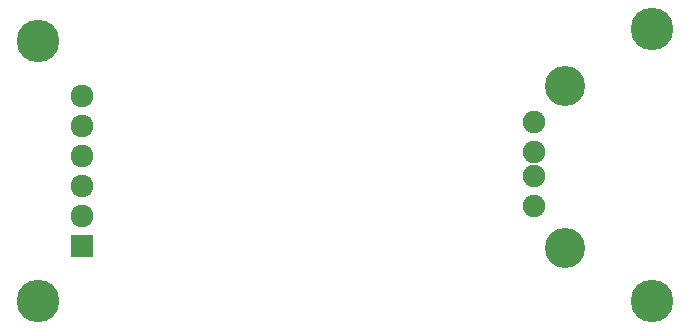
<source format=gbr>
G04 #@! TF.FileFunction,Soldermask,Bot*
%FSLAX46Y46*%
G04 Gerber Fmt 4.6, Leading zero omitted, Abs format (unit mm)*
G04 Created by KiCad (PCBNEW 4.0.6) date 06/06/17 10:00:33*
%MOMM*%
%LPD*%
G01*
G04 APERTURE LIST*
%ADD10C,0.100000*%
%ADD11R,1.924000X1.924000*%
%ADD12C,1.924000*%
%ADD13C,1.900000*%
%ADD14C,3.400000*%
%ADD15C,3.600000*%
G04 APERTURE END LIST*
D10*
D11*
X118525400Y-100600000D03*
D12*
X118525400Y-98060000D03*
X118525400Y-95520000D03*
X118525400Y-92980000D03*
X118525400Y-90440000D03*
X118525400Y-87900000D03*
D13*
X156750000Y-90140000D03*
X156750000Y-92680000D03*
X156750000Y-94710000D03*
X156750000Y-97250000D03*
D14*
X159420000Y-87090000D03*
X159420000Y-100810000D03*
D15*
X114750000Y-105250000D03*
X114750000Y-83250000D03*
X166750000Y-82250000D03*
X166750000Y-105250000D03*
M02*

</source>
